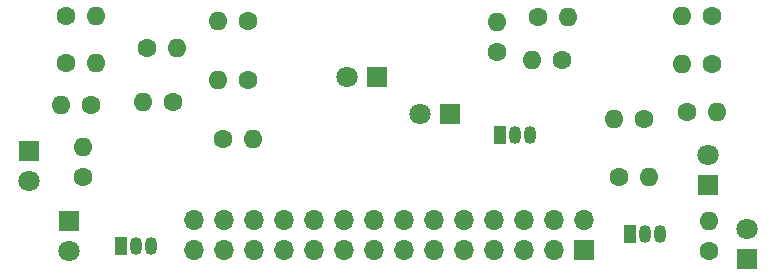
<source format=gbr>
%TF.GenerationSoftware,KiCad,Pcbnew,8.0.0*%
%TF.CreationDate,2024-03-28T15:17:03+02:00*%
%TF.ProjectId,EEE3088F_MHMZAM005_Sensing,45454533-3038-4384-965f-4d484d5a414d,rev?*%
%TF.SameCoordinates,Original*%
%TF.FileFunction,Soldermask,Bot*%
%TF.FilePolarity,Negative*%
%FSLAX46Y46*%
G04 Gerber Fmt 4.6, Leading zero omitted, Abs format (unit mm)*
G04 Created by KiCad (PCBNEW 8.0.0) date 2024-03-28 15:17:03*
%MOMM*%
%LPD*%
G01*
G04 APERTURE LIST*
%ADD10C,1.600000*%
%ADD11O,1.600000X1.600000*%
%ADD12R,1.800000X1.800000*%
%ADD13C,1.800000*%
%ADD14R,1.050000X1.500000*%
%ADD15O,1.050000X1.500000*%
%ADD16R,1.700000X1.700000*%
%ADD17O,1.700000X1.700000*%
G04 APERTURE END LIST*
D10*
%TO.C,R7*%
X145640000Y-68000000D03*
D11*
X143100000Y-68000000D03*
%TD*%
D12*
%TO.C,D1*%
X123475000Y-76275000D03*
D13*
X120935000Y-76275000D03*
%TD*%
D10*
%TO.C,R11*%
X132945000Y-71700000D03*
D11*
X130405000Y-71700000D03*
%TD*%
D10*
%TO.C,R10*%
X130900000Y-68100000D03*
D11*
X133440000Y-68100000D03*
%TD*%
D10*
%TO.C,R2*%
X106340000Y-73400000D03*
D11*
X103800000Y-73400000D03*
%TD*%
D10*
%TO.C,R8*%
X145640000Y-72050000D03*
D11*
X143100000Y-72050000D03*
%TD*%
D12*
%TO.C,Q1*%
X117250000Y-73125000D03*
D13*
X114710000Y-73125000D03*
%TD*%
D12*
%TO.C,Q2*%
X87825000Y-79450000D03*
D13*
X87825000Y-81990000D03*
%TD*%
D10*
%TO.C,R4*%
X90955000Y-67950000D03*
D11*
X93495000Y-67950000D03*
%TD*%
D10*
%TO.C,R6*%
X93045000Y-75500000D03*
D11*
X90505000Y-75500000D03*
%TD*%
D10*
%TO.C,RLED2*%
X92400000Y-81640000D03*
D11*
X92400000Y-79100000D03*
%TD*%
D10*
%TO.C,R9*%
X143550000Y-76100000D03*
D11*
X146090000Y-76100000D03*
%TD*%
D10*
%TO.C,R13*%
X99985000Y-75300000D03*
D11*
X97445000Y-75300000D03*
%TD*%
D10*
%TO.C,R5*%
X90955000Y-72000000D03*
D11*
X93495000Y-72000000D03*
%TD*%
D10*
%TO.C,R15*%
X137800000Y-81600000D03*
D11*
X140340000Y-81600000D03*
%TD*%
D10*
%TO.C,R14*%
X139845000Y-76700000D03*
D11*
X137305000Y-76700000D03*
%TD*%
D10*
%TO.C,R12*%
X97800000Y-70700000D03*
D11*
X100340000Y-70700000D03*
%TD*%
D14*
%TO.C,Q4*%
X127660000Y-78060000D03*
D15*
X128930000Y-78060000D03*
X130200000Y-78060000D03*
%TD*%
D10*
%TO.C,R3*%
X104260000Y-78400000D03*
D11*
X106800000Y-78400000D03*
%TD*%
D14*
%TO.C,Q6*%
X138730000Y-86460000D03*
D15*
X140000000Y-86460000D03*
X141270000Y-86460000D03*
%TD*%
D12*
%TO.C,D3*%
X145325000Y-82275000D03*
D13*
X145325000Y-79735000D03*
%TD*%
D12*
%TO.C,D2*%
X91175000Y-85325000D03*
D13*
X91175000Y-87865000D03*
%TD*%
D12*
%TO.C,Q3*%
X148600000Y-88540000D03*
D13*
X148600000Y-86000000D03*
%TD*%
D10*
%TO.C,R1*%
X106340000Y-68400000D03*
D11*
X103800000Y-68400000D03*
%TD*%
D10*
%TO.C,RLED1*%
X127400000Y-71045000D03*
D11*
X127400000Y-68505000D03*
%TD*%
D10*
%TO.C,RLED3*%
X145400000Y-87845000D03*
D11*
X145400000Y-85305000D03*
%TD*%
D14*
%TO.C,Q5*%
X95630000Y-87460000D03*
D15*
X96900000Y-87460000D03*
X98170000Y-87460000D03*
%TD*%
D16*
%TO.C,J1*%
X134800000Y-87800000D03*
D17*
X134800000Y-85260000D03*
X132260000Y-87800000D03*
X132260000Y-85260000D03*
X129720000Y-87800000D03*
X129720000Y-85260000D03*
X127180000Y-87800000D03*
X127180000Y-85260000D03*
X124640000Y-87800000D03*
X124640000Y-85260000D03*
X122100000Y-87800000D03*
X122100000Y-85260000D03*
X119560000Y-87800000D03*
X119560000Y-85260000D03*
X117020000Y-87800000D03*
X117020000Y-85260000D03*
X114480000Y-87800000D03*
X114480000Y-85260000D03*
X111940000Y-87800000D03*
X111940000Y-85260000D03*
X109400000Y-87800000D03*
X109400000Y-85260000D03*
X106860000Y-87800000D03*
X106860000Y-85260000D03*
X104320000Y-87800000D03*
X104320000Y-85260000D03*
X101780000Y-87800000D03*
X101780000Y-85260000D03*
%TD*%
M02*

</source>
